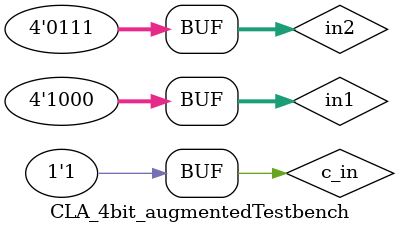
<source format=v>
`timescale 1ns / 1ps

/*
    Assignment Number: 1
    Problem Number: 2 Carry Look-ahead Adder
    Semester Number: 5
    Group Number: 1 
    Group Members: Animesh Jha(19CS10070), Nisarg Upadhyaya (19CS30031)
*/
////////////////////////////////////////////////////////////////////////////////

module CLA_4bit_augmentedTestbench;

	// Inputs
	reg [3:0] in1;
	reg [3:0] in2;
	reg c_in;

	// Outputs
	wire [3:0] sum;
	wire p;
	wire g;

	// Instantiate the Unit Under Test (UUT)
	CLA_4bit_augmented uut (
		.in1(in1), 
		.in2(in2), 
		.c_in(c_in), 
		.sum(sum), 
		.p(p), 
		.g(g)
	);

	initial begin
		// Initialize Inputs
		in1 = 4'b0100; in2 = 4'b0100; c_in = 0;
		#100;
		in1 = 4'd0100; in2 = 4'b1100; c_in = 0;
		#100;
		in1 = 4'd1000; in2 = 4'b0111; c_in = 1;
        
		$monitor ("in1 = %d, in2 = %d, c_in = %d, sum = %d, p = %d, g = %d", in1, in2, c_in, sum, p, g);

	end
      
endmodule


</source>
